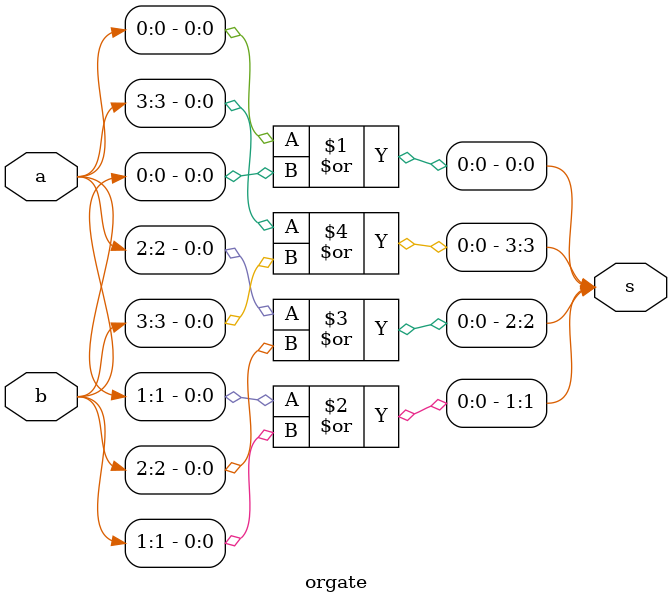
<source format=v>
`timescale 1ns / 1ps
module orgate(a,b,s);
input		[3:0]a;
input		[3:0]b;
output	[3:0]s;

	or	(s[0],a[0],b[0]);
	or	(s[1],a[1],b[1]);
	or	(s[2],a[2],b[2]);
	or	(s[3],a[3],b[3]);
	
endmodule
</source>
